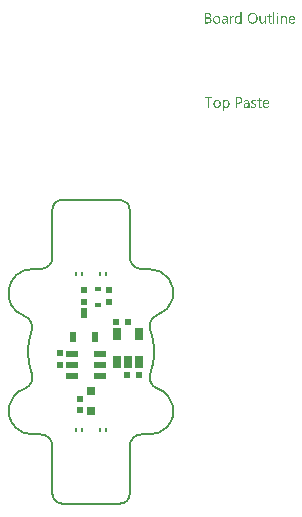
<source format=gtp>
G04*
G04 #@! TF.GenerationSoftware,Altium Limited,Altium Designer,21.8.1 (53)*
G04*
G04 Layer_Color=8421504*
%FSAX25Y25*%
%MOIN*%
G70*
G04*
G04 #@! TF.SameCoordinates,17E01544-8C08-452E-A090-7F5DC87EFE89*
G04*
G04*
G04 #@! TF.FilePolarity,Positive*
G04*
G01*
G75*
%ADD11C,0.00787*%
%ADD16R,0.03937X0.02362*%
%ADD17R,0.02362X0.03543*%
%ADD18R,0.00787X0.01181*%
%ADD19R,0.02362X0.01575*%
%ADD20R,0.02165X0.01968*%
%ADD21R,0.02756X0.02756*%
%ADD22R,0.02756X0.03937*%
%ADD23R,0.02165X0.01968*%
%ADD24R,0.01968X0.02165*%
G36*
X0062201Y0140630D02*
X0062226D01*
X0062282Y0140605D01*
X0062313Y0140586D01*
X0062344Y0140562D01*
X0062350Y0140555D01*
X0062356Y0140549D01*
X0062387Y0140512D01*
X0062412Y0140450D01*
X0062418Y0140413D01*
X0062424Y0140376D01*
Y0140370D01*
Y0140357D01*
X0062418Y0140339D01*
X0062412Y0140314D01*
X0062393Y0140252D01*
X0062368Y0140221D01*
X0062344Y0140190D01*
X0062337D01*
X0062331Y0140178D01*
X0062294Y0140153D01*
X0062238Y0140128D01*
X0062201Y0140122D01*
X0062164Y0140116D01*
X0062146D01*
X0062127Y0140122D01*
X0062102D01*
X0062040Y0140147D01*
X0062009Y0140159D01*
X0061978Y0140184D01*
Y0140190D01*
X0061966Y0140196D01*
X0061954Y0140215D01*
X0061941Y0140234D01*
X0061917Y0140295D01*
X0061910Y0140332D01*
X0061904Y0140376D01*
Y0140382D01*
Y0140394D01*
X0061910Y0140413D01*
X0061917Y0140444D01*
X0061935Y0140500D01*
X0061954Y0140531D01*
X0061978Y0140562D01*
X0061985Y0140568D01*
X0061991Y0140574D01*
X0062028Y0140599D01*
X0062090Y0140623D01*
X0062127Y0140636D01*
X0062183D01*
X0062201Y0140630D01*
D02*
G37*
G36*
X0050211Y0136965D02*
X0049809D01*
Y0137386D01*
X0049796D01*
Y0137380D01*
X0049784Y0137367D01*
X0049766Y0137343D01*
X0049747Y0137312D01*
X0049716Y0137275D01*
X0049679Y0137238D01*
X0049635Y0137194D01*
X0049586Y0137151D01*
X0049530Y0137101D01*
X0049462Y0137058D01*
X0049394Y0137021D01*
X0049314Y0136984D01*
X0049233Y0136953D01*
X0049140Y0136928D01*
X0049041Y0136916D01*
X0048936Y0136909D01*
X0048893D01*
X0048856Y0136916D01*
X0048818Y0136922D01*
X0048769Y0136928D01*
X0048664Y0136953D01*
X0048540Y0136990D01*
X0048416Y0137052D01*
X0048348Y0137089D01*
X0048292Y0137132D01*
X0048230Y0137188D01*
X0048175Y0137244D01*
Y0137250D01*
X0048162Y0137262D01*
X0048150Y0137281D01*
X0048131Y0137306D01*
X0048113Y0137337D01*
X0048088Y0137380D01*
X0048063Y0137429D01*
X0048039Y0137485D01*
X0048008Y0137547D01*
X0047983Y0137615D01*
X0047958Y0137689D01*
X0047939Y0137770D01*
X0047921Y0137856D01*
X0047908Y0137956D01*
X0047902Y0138055D01*
X0047896Y0138160D01*
Y0138166D01*
Y0138185D01*
Y0138222D01*
X0047902Y0138265D01*
X0047908Y0138315D01*
X0047915Y0138376D01*
X0047921Y0138445D01*
X0047933Y0138519D01*
X0047970Y0138680D01*
X0048026Y0138847D01*
X0048063Y0138927D01*
X0048107Y0139008D01*
X0048150Y0139082D01*
X0048206Y0139156D01*
X0048212Y0139163D01*
X0048218Y0139175D01*
X0048237Y0139194D01*
X0048261Y0139218D01*
X0048292Y0139243D01*
X0048336Y0139274D01*
X0048379Y0139311D01*
X0048428Y0139348D01*
X0048552Y0139416D01*
X0048695Y0139478D01*
X0048775Y0139497D01*
X0048862Y0139515D01*
X0048948Y0139528D01*
X0049047Y0139534D01*
X0049097D01*
X0049134Y0139528D01*
X0049171Y0139522D01*
X0049221Y0139515D01*
X0049332Y0139485D01*
X0049456Y0139435D01*
X0049518Y0139404D01*
X0049580Y0139361D01*
X0049642Y0139317D01*
X0049697Y0139262D01*
X0049747Y0139200D01*
X0049796Y0139126D01*
X0049809D01*
Y0140685D01*
X0050211D01*
Y0136965D01*
D02*
G37*
G36*
X0064479Y0139528D02*
X0064553Y0139522D01*
X0064646Y0139503D01*
X0064745Y0139472D01*
X0064850Y0139423D01*
X0064956Y0139355D01*
X0064999Y0139317D01*
X0065042Y0139268D01*
X0065055Y0139255D01*
X0065080Y0139218D01*
X0065110Y0139156D01*
X0065154Y0139070D01*
X0065191Y0138964D01*
X0065228Y0138835D01*
X0065253Y0138680D01*
X0065259Y0138500D01*
Y0136965D01*
X0064857D01*
Y0138395D01*
Y0138401D01*
Y0138432D01*
X0064850Y0138469D01*
Y0138519D01*
X0064838Y0138581D01*
X0064826Y0138649D01*
X0064807Y0138723D01*
X0064782Y0138797D01*
X0064751Y0138872D01*
X0064714Y0138940D01*
X0064665Y0139008D01*
X0064609Y0139070D01*
X0064547Y0139119D01*
X0064467Y0139156D01*
X0064380Y0139187D01*
X0064275Y0139194D01*
X0064262D01*
X0064225Y0139187D01*
X0064170Y0139181D01*
X0064101Y0139163D01*
X0064021Y0139138D01*
X0063934Y0139094D01*
X0063854Y0139039D01*
X0063774Y0138964D01*
X0063767Y0138952D01*
X0063743Y0138927D01*
X0063712Y0138878D01*
X0063674Y0138810D01*
X0063637Y0138729D01*
X0063606Y0138630D01*
X0063582Y0138519D01*
X0063575Y0138395D01*
Y0136965D01*
X0063173D01*
Y0139478D01*
X0063575D01*
Y0139057D01*
X0063588D01*
X0063594Y0139064D01*
X0063600Y0139076D01*
X0063619Y0139101D01*
X0063643Y0139132D01*
X0063668Y0139169D01*
X0063705Y0139206D01*
X0063749Y0139249D01*
X0063798Y0139299D01*
X0063854Y0139342D01*
X0063916Y0139385D01*
X0063984Y0139423D01*
X0064058Y0139460D01*
X0064132Y0139491D01*
X0064219Y0139515D01*
X0064312Y0139528D01*
X0064411Y0139534D01*
X0064448D01*
X0064479Y0139528D01*
D02*
G37*
G36*
X0047481Y0139515D02*
X0047556Y0139509D01*
X0047599Y0139497D01*
X0047630Y0139485D01*
Y0139070D01*
X0047624Y0139076D01*
X0047611Y0139082D01*
X0047587Y0139094D01*
X0047556Y0139113D01*
X0047512Y0139126D01*
X0047457Y0139138D01*
X0047395Y0139144D01*
X0047327Y0139150D01*
X0047314D01*
X0047283Y0139144D01*
X0047234Y0139138D01*
X0047178Y0139119D01*
X0047104Y0139088D01*
X0047036Y0139045D01*
X0046961Y0138983D01*
X0046893Y0138903D01*
X0046887Y0138890D01*
X0046869Y0138859D01*
X0046838Y0138804D01*
X0046807Y0138729D01*
X0046776Y0138637D01*
X0046745Y0138519D01*
X0046726Y0138389D01*
X0046720Y0138240D01*
Y0136965D01*
X0046318D01*
Y0139478D01*
X0046720D01*
Y0138958D01*
X0046732D01*
Y0138964D01*
X0046739Y0138971D01*
X0046751Y0139002D01*
X0046769Y0139051D01*
X0046801Y0139113D01*
X0046831Y0139175D01*
X0046881Y0139243D01*
X0046931Y0139311D01*
X0046992Y0139373D01*
X0046999Y0139379D01*
X0047023Y0139398D01*
X0047060Y0139423D01*
X0047110Y0139447D01*
X0047166Y0139472D01*
X0047234Y0139497D01*
X0047308Y0139515D01*
X0047388Y0139522D01*
X0047444D01*
X0047481Y0139515D01*
D02*
G37*
G36*
X0058221Y0136965D02*
X0057819D01*
Y0137361D01*
X0057806D01*
Y0137355D01*
X0057794Y0137343D01*
X0057782Y0137318D01*
X0057757Y0137293D01*
X0057701Y0137219D01*
X0057614Y0137138D01*
X0057565Y0137095D01*
X0057509Y0137052D01*
X0057447Y0137015D01*
X0057373Y0136978D01*
X0057299Y0136953D01*
X0057218Y0136928D01*
X0057125Y0136916D01*
X0057033Y0136909D01*
X0056995D01*
X0056952Y0136916D01*
X0056890Y0136928D01*
X0056822Y0136940D01*
X0056748Y0136965D01*
X0056667Y0136996D01*
X0056587Y0137046D01*
X0056500Y0137101D01*
X0056420Y0137169D01*
X0056345Y0137256D01*
X0056277Y0137361D01*
X0056216Y0137479D01*
X0056172Y0137621D01*
X0056147Y0137788D01*
X0056135Y0137875D01*
Y0137974D01*
Y0139478D01*
X0056531D01*
Y0138036D01*
Y0138030D01*
Y0138005D01*
X0056537Y0137962D01*
X0056544Y0137912D01*
X0056550Y0137850D01*
X0056562Y0137788D01*
X0056581Y0137714D01*
X0056605Y0137640D01*
X0056643Y0137566D01*
X0056680Y0137497D01*
X0056729Y0137429D01*
X0056791Y0137367D01*
X0056859Y0137318D01*
X0056940Y0137281D01*
X0057039Y0137250D01*
X0057144Y0137244D01*
X0057156D01*
X0057193Y0137250D01*
X0057249Y0137256D01*
X0057311Y0137268D01*
X0057392Y0137299D01*
X0057472Y0137337D01*
X0057552Y0137386D01*
X0057627Y0137460D01*
X0057633Y0137473D01*
X0057658Y0137497D01*
X0057689Y0137547D01*
X0057726Y0137615D01*
X0057757Y0137696D01*
X0057788Y0137795D01*
X0057812Y0137906D01*
X0057819Y0138030D01*
Y0139478D01*
X0058221D01*
Y0136965D01*
D02*
G37*
G36*
X0062356D02*
X0061954D01*
Y0139478D01*
X0062356D01*
Y0136965D01*
D02*
G37*
G36*
X0061137D02*
X0060734D01*
Y0140685D01*
X0061137D01*
Y0136965D01*
D02*
G37*
G36*
X0044758Y0139528D02*
X0044813Y0139522D01*
X0044882Y0139503D01*
X0044956Y0139485D01*
X0045036Y0139453D01*
X0045123Y0139416D01*
X0045204Y0139367D01*
X0045284Y0139305D01*
X0045358Y0139231D01*
X0045426Y0139138D01*
X0045482Y0139033D01*
X0045525Y0138909D01*
X0045550Y0138767D01*
X0045562Y0138599D01*
Y0136965D01*
X0045160D01*
Y0137355D01*
X0045148D01*
Y0137349D01*
X0045135Y0137337D01*
X0045123Y0137312D01*
X0045098Y0137287D01*
X0045036Y0137213D01*
X0044956Y0137132D01*
X0044844Y0137052D01*
X0044714Y0136978D01*
X0044634Y0136953D01*
X0044554Y0136928D01*
X0044467Y0136916D01*
X0044374Y0136909D01*
X0044337D01*
X0044312Y0136916D01*
X0044244Y0136922D01*
X0044164Y0136934D01*
X0044065Y0136959D01*
X0043972Y0136990D01*
X0043873Y0137039D01*
X0043786Y0137101D01*
X0043780Y0137114D01*
X0043755Y0137138D01*
X0043718Y0137182D01*
X0043681Y0137244D01*
X0043644Y0137318D01*
X0043606Y0137405D01*
X0043582Y0137510D01*
X0043576Y0137627D01*
Y0137634D01*
Y0137658D01*
X0043582Y0137696D01*
X0043588Y0137739D01*
X0043600Y0137795D01*
X0043619Y0137856D01*
X0043644Y0137925D01*
X0043681Y0137993D01*
X0043724Y0138067D01*
X0043780Y0138141D01*
X0043848Y0138209D01*
X0043928Y0138271D01*
X0044021Y0138333D01*
X0044133Y0138383D01*
X0044256Y0138420D01*
X0044405Y0138451D01*
X0045160Y0138556D01*
Y0138562D01*
Y0138581D01*
X0045154Y0138618D01*
Y0138655D01*
X0045142Y0138705D01*
X0045135Y0138760D01*
X0045098Y0138878D01*
X0045067Y0138934D01*
X0045036Y0138989D01*
X0044993Y0139045D01*
X0044943Y0139094D01*
X0044882Y0139138D01*
X0044813Y0139169D01*
X0044733Y0139187D01*
X0044640Y0139194D01*
X0044597D01*
X0044566Y0139187D01*
X0044523D01*
X0044479Y0139175D01*
X0044368Y0139156D01*
X0044244Y0139119D01*
X0044108Y0139064D01*
X0044034Y0139026D01*
X0043966Y0138989D01*
X0043891Y0138940D01*
X0043823Y0138884D01*
Y0139299D01*
X0043829D01*
X0043842Y0139311D01*
X0043860Y0139324D01*
X0043891Y0139336D01*
X0043922Y0139355D01*
X0043966Y0139373D01*
X0044015Y0139392D01*
X0044071Y0139416D01*
X0044194Y0139460D01*
X0044343Y0139497D01*
X0044504Y0139522D01*
X0044677Y0139534D01*
X0044714D01*
X0044758Y0139528D01*
D02*
G37*
G36*
X0039069Y0140475D02*
X0039112D01*
X0039156Y0140469D01*
X0039255Y0140456D01*
X0039373Y0140425D01*
X0039496Y0140388D01*
X0039614Y0140332D01*
X0039719Y0140258D01*
X0039725D01*
X0039731Y0140246D01*
X0039762Y0140221D01*
X0039806Y0140172D01*
X0039855Y0140103D01*
X0039899Y0140017D01*
X0039942Y0139918D01*
X0039973Y0139806D01*
X0039985Y0139744D01*
Y0139676D01*
Y0139670D01*
Y0139664D01*
Y0139627D01*
X0039979Y0139571D01*
X0039967Y0139503D01*
X0039948Y0139416D01*
X0039917Y0139330D01*
X0039880Y0139243D01*
X0039824Y0139156D01*
X0039818Y0139144D01*
X0039793Y0139119D01*
X0039756Y0139082D01*
X0039707Y0139033D01*
X0039645Y0138983D01*
X0039571Y0138927D01*
X0039478Y0138884D01*
X0039379Y0138841D01*
Y0138835D01*
X0039397D01*
X0039416Y0138828D01*
X0039434Y0138822D01*
X0039503Y0138810D01*
X0039583Y0138785D01*
X0039670Y0138748D01*
X0039762Y0138705D01*
X0039855Y0138643D01*
X0039942Y0138562D01*
X0039954Y0138550D01*
X0039979Y0138519D01*
X0040010Y0138476D01*
X0040053Y0138407D01*
X0040091Y0138321D01*
X0040128Y0138222D01*
X0040152Y0138104D01*
X0040159Y0137974D01*
Y0137968D01*
Y0137956D01*
Y0137931D01*
X0040152Y0137900D01*
X0040146Y0137863D01*
X0040140Y0137819D01*
X0040115Y0137714D01*
X0040078Y0137597D01*
X0040022Y0137473D01*
X0039985Y0137417D01*
X0039942Y0137355D01*
X0039886Y0137299D01*
X0039830Y0137244D01*
X0039824D01*
X0039818Y0137231D01*
X0039800Y0137219D01*
X0039775Y0137200D01*
X0039744Y0137182D01*
X0039701Y0137157D01*
X0039608Y0137108D01*
X0039490Y0137052D01*
X0039354Y0137009D01*
X0039193Y0136978D01*
X0039112Y0136971D01*
X0039020Y0136965D01*
X0037992D01*
Y0140481D01*
X0039038D01*
X0039069Y0140475D01*
D02*
G37*
G36*
X0059564Y0139478D02*
X0060202D01*
Y0139132D01*
X0059564D01*
Y0137714D01*
Y0137702D01*
Y0137671D01*
X0059570Y0137627D01*
X0059577Y0137572D01*
X0059601Y0137454D01*
X0059620Y0137399D01*
X0059651Y0137355D01*
X0059657Y0137349D01*
X0059670Y0137337D01*
X0059688Y0137324D01*
X0059719Y0137306D01*
X0059756Y0137281D01*
X0059806Y0137268D01*
X0059868Y0137256D01*
X0059936Y0137250D01*
X0059960D01*
X0059991Y0137256D01*
X0060028Y0137262D01*
X0060115Y0137287D01*
X0060158Y0137306D01*
X0060202Y0137330D01*
Y0136984D01*
X0060196D01*
X0060177Y0136971D01*
X0060146Y0136965D01*
X0060103Y0136953D01*
X0060047Y0136940D01*
X0059985Y0136928D01*
X0059911Y0136922D01*
X0059824Y0136916D01*
X0059793D01*
X0059762Y0136922D01*
X0059719Y0136928D01*
X0059670Y0136940D01*
X0059614Y0136953D01*
X0059558Y0136978D01*
X0059496Y0137009D01*
X0059434Y0137046D01*
X0059372Y0137095D01*
X0059317Y0137151D01*
X0059267Y0137225D01*
X0059224Y0137306D01*
X0059193Y0137405D01*
X0059168Y0137516D01*
X0059162Y0137646D01*
Y0139132D01*
X0058735D01*
Y0139478D01*
X0059162D01*
Y0140091D01*
X0059564Y0140221D01*
Y0139478D01*
D02*
G37*
G36*
X0067091Y0139528D02*
X0067135Y0139522D01*
X0067178Y0139515D01*
X0067289Y0139497D01*
X0067413Y0139453D01*
X0067537Y0139398D01*
X0067599Y0139361D01*
X0067661Y0139317D01*
X0067716Y0139268D01*
X0067772Y0139212D01*
X0067778Y0139206D01*
X0067785Y0139200D01*
X0067797Y0139181D01*
X0067816Y0139156D01*
X0067834Y0139119D01*
X0067859Y0139082D01*
X0067884Y0139039D01*
X0067908Y0138983D01*
X0067933Y0138921D01*
X0067958Y0138859D01*
X0067983Y0138785D01*
X0068001Y0138705D01*
X0068020Y0138618D01*
X0068032Y0138531D01*
X0068045Y0138432D01*
Y0138327D01*
Y0138117D01*
X0066268D01*
Y0138110D01*
Y0138098D01*
Y0138079D01*
X0066274Y0138048D01*
X0066280Y0138011D01*
Y0137974D01*
X0066299Y0137875D01*
X0066330Y0137776D01*
X0066367Y0137665D01*
X0066423Y0137559D01*
X0066491Y0137467D01*
X0066503Y0137454D01*
X0066528Y0137429D01*
X0066578Y0137399D01*
X0066646Y0137355D01*
X0066732Y0137312D01*
X0066831Y0137281D01*
X0066949Y0137256D01*
X0067085Y0137244D01*
X0067128D01*
X0067159Y0137250D01*
X0067197D01*
X0067240Y0137256D01*
X0067345Y0137281D01*
X0067463Y0137312D01*
X0067593Y0137361D01*
X0067729Y0137429D01*
X0067797Y0137473D01*
X0067865Y0137522D01*
Y0137145D01*
X0067859D01*
X0067853Y0137132D01*
X0067834Y0137126D01*
X0067803Y0137108D01*
X0067772Y0137089D01*
X0067735Y0137070D01*
X0067686Y0137052D01*
X0067636Y0137027D01*
X0067574Y0137002D01*
X0067506Y0136984D01*
X0067357Y0136947D01*
X0067184Y0136922D01*
X0066992Y0136909D01*
X0066943D01*
X0066906Y0136916D01*
X0066862Y0136922D01*
X0066807Y0136928D01*
X0066689Y0136953D01*
X0066553Y0136990D01*
X0066417Y0137052D01*
X0066348Y0137095D01*
X0066280Y0137138D01*
X0066219Y0137188D01*
X0066157Y0137250D01*
X0066150Y0137256D01*
X0066144Y0137268D01*
X0066132Y0137287D01*
X0066107Y0137312D01*
X0066088Y0137349D01*
X0066064Y0137392D01*
X0066033Y0137442D01*
X0066008Y0137497D01*
X0065977Y0137559D01*
X0065952Y0137634D01*
X0065921Y0137714D01*
X0065903Y0137801D01*
X0065884Y0137894D01*
X0065866Y0137993D01*
X0065860Y0138098D01*
X0065853Y0138209D01*
Y0138216D01*
Y0138234D01*
Y0138265D01*
X0065860Y0138308D01*
X0065866Y0138358D01*
X0065872Y0138414D01*
X0065878Y0138482D01*
X0065897Y0138550D01*
X0065934Y0138698D01*
X0065990Y0138859D01*
X0066027Y0138940D01*
X0066076Y0139014D01*
X0066126Y0139094D01*
X0066181Y0139163D01*
X0066188Y0139169D01*
X0066200Y0139181D01*
X0066219Y0139200D01*
X0066243Y0139218D01*
X0066274Y0139249D01*
X0066311Y0139280D01*
X0066361Y0139311D01*
X0066410Y0139348D01*
X0066528Y0139416D01*
X0066670Y0139478D01*
X0066751Y0139497D01*
X0066831Y0139515D01*
X0066918Y0139528D01*
X0067011Y0139534D01*
X0067060D01*
X0067091Y0139528D01*
D02*
G37*
G36*
X0054049Y0140537D02*
X0054111Y0140531D01*
X0054185Y0140518D01*
X0054266Y0140500D01*
X0054352Y0140481D01*
X0054439Y0140456D01*
X0054538Y0140425D01*
X0054631Y0140382D01*
X0054730Y0140332D01*
X0054829Y0140277D01*
X0054922Y0140209D01*
X0055015Y0140134D01*
X0055101Y0140048D01*
X0055107Y0140042D01*
X0055120Y0140023D01*
X0055145Y0139998D01*
X0055169Y0139961D01*
X0055207Y0139912D01*
X0055244Y0139850D01*
X0055281Y0139782D01*
X0055324Y0139707D01*
X0055367Y0139614D01*
X0055405Y0139522D01*
X0055442Y0139416D01*
X0055479Y0139299D01*
X0055504Y0139181D01*
X0055528Y0139051D01*
X0055541Y0138909D01*
X0055547Y0138767D01*
Y0138754D01*
Y0138729D01*
Y0138686D01*
X0055541Y0138624D01*
X0055535Y0138550D01*
X0055522Y0138469D01*
X0055510Y0138376D01*
X0055491Y0138271D01*
X0055467Y0138166D01*
X0055436Y0138055D01*
X0055398Y0137943D01*
X0055355Y0137832D01*
X0055299Y0137714D01*
X0055238Y0137609D01*
X0055169Y0137504D01*
X0055089Y0137405D01*
X0055083Y0137399D01*
X0055070Y0137386D01*
X0055039Y0137361D01*
X0055008Y0137330D01*
X0054959Y0137287D01*
X0054903Y0137250D01*
X0054841Y0137200D01*
X0054767Y0137157D01*
X0054686Y0137114D01*
X0054594Y0137064D01*
X0054495Y0137027D01*
X0054383Y0136990D01*
X0054266Y0136953D01*
X0054142Y0136928D01*
X0054012Y0136916D01*
X0053869Y0136909D01*
X0053838D01*
X0053795Y0136916D01*
X0053746D01*
X0053684Y0136922D01*
X0053610Y0136934D01*
X0053529Y0136953D01*
X0053436Y0136971D01*
X0053343Y0136996D01*
X0053244Y0137027D01*
X0053145Y0137070D01*
X0053046Y0137114D01*
X0052947Y0137169D01*
X0052848Y0137238D01*
X0052755Y0137312D01*
X0052669Y0137399D01*
X0052662Y0137405D01*
X0052650Y0137423D01*
X0052625Y0137448D01*
X0052601Y0137485D01*
X0052563Y0137535D01*
X0052526Y0137597D01*
X0052489Y0137665D01*
X0052446Y0137745D01*
X0052402Y0137832D01*
X0052365Y0137925D01*
X0052328Y0138030D01*
X0052291Y0138147D01*
X0052266Y0138265D01*
X0052241Y0138395D01*
X0052229Y0138537D01*
X0052223Y0138680D01*
Y0138692D01*
Y0138717D01*
X0052229Y0138760D01*
Y0138822D01*
X0052235Y0138890D01*
X0052248Y0138977D01*
X0052260Y0139070D01*
X0052279Y0139169D01*
X0052303Y0139274D01*
X0052334Y0139385D01*
X0052372Y0139497D01*
X0052415Y0139608D01*
X0052470Y0139720D01*
X0052532Y0139831D01*
X0052601Y0139936D01*
X0052681Y0140035D01*
X0052687Y0140042D01*
X0052700Y0140060D01*
X0052731Y0140085D01*
X0052768Y0140116D01*
X0052811Y0140153D01*
X0052867Y0140196D01*
X0052935Y0140240D01*
X0053009Y0140289D01*
X0053096Y0140339D01*
X0053189Y0140382D01*
X0053288Y0140425D01*
X0053399Y0140463D01*
X0053523Y0140494D01*
X0053653Y0140524D01*
X0053789Y0140537D01*
X0053931Y0140543D01*
X0054000D01*
X0054049Y0140537D01*
D02*
G37*
G36*
X0042022Y0139528D02*
X0042065Y0139522D01*
X0042121Y0139515D01*
X0042245Y0139491D01*
X0042387Y0139447D01*
X0042529Y0139385D01*
X0042604Y0139348D01*
X0042672Y0139305D01*
X0042740Y0139249D01*
X0042802Y0139187D01*
X0042808Y0139181D01*
X0042814Y0139169D01*
X0042833Y0139150D01*
X0042851Y0139126D01*
X0042876Y0139088D01*
X0042901Y0139045D01*
X0042932Y0138996D01*
X0042963Y0138940D01*
X0042987Y0138872D01*
X0043018Y0138804D01*
X0043043Y0138723D01*
X0043068Y0138637D01*
X0043086Y0138544D01*
X0043105Y0138445D01*
X0043111Y0138339D01*
X0043117Y0138228D01*
Y0138222D01*
Y0138203D01*
Y0138172D01*
X0043111Y0138129D01*
X0043105Y0138079D01*
X0043099Y0138017D01*
X0043086Y0137956D01*
X0043074Y0137881D01*
X0043037Y0137733D01*
X0042975Y0137572D01*
X0042938Y0137491D01*
X0042888Y0137411D01*
X0042839Y0137337D01*
X0042777Y0137268D01*
X0042771Y0137262D01*
X0042758Y0137256D01*
X0042740Y0137238D01*
X0042715Y0137213D01*
X0042678Y0137188D01*
X0042641Y0137157D01*
X0042591Y0137120D01*
X0042536Y0137089D01*
X0042474Y0137058D01*
X0042406Y0137021D01*
X0042331Y0136990D01*
X0042251Y0136965D01*
X0042164Y0136940D01*
X0042071Y0136928D01*
X0041972Y0136916D01*
X0041867Y0136909D01*
X0041811D01*
X0041774Y0136916D01*
X0041731Y0136922D01*
X0041675Y0136928D01*
X0041613Y0136940D01*
X0041545Y0136953D01*
X0041403Y0136996D01*
X0041254Y0137058D01*
X0041180Y0137095D01*
X0041112Y0137145D01*
X0041044Y0137194D01*
X0040976Y0137256D01*
X0040969Y0137262D01*
X0040963Y0137275D01*
X0040945Y0137293D01*
X0040926Y0137318D01*
X0040901Y0137355D01*
X0040870Y0137399D01*
X0040839Y0137448D01*
X0040815Y0137504D01*
X0040784Y0137572D01*
X0040753Y0137640D01*
X0040722Y0137714D01*
X0040697Y0137801D01*
X0040660Y0137987D01*
X0040654Y0138086D01*
X0040648Y0138191D01*
Y0138197D01*
Y0138222D01*
Y0138253D01*
X0040654Y0138296D01*
X0040660Y0138346D01*
X0040666Y0138407D01*
X0040679Y0138476D01*
X0040691Y0138550D01*
X0040728Y0138711D01*
X0040790Y0138872D01*
X0040833Y0138952D01*
X0040877Y0139033D01*
X0040926Y0139107D01*
X0040988Y0139175D01*
X0040994Y0139181D01*
X0041007Y0139194D01*
X0041025Y0139206D01*
X0041050Y0139231D01*
X0041087Y0139255D01*
X0041131Y0139286D01*
X0041180Y0139324D01*
X0041236Y0139355D01*
X0041298Y0139385D01*
X0041372Y0139423D01*
X0041446Y0139453D01*
X0041533Y0139478D01*
X0041620Y0139503D01*
X0041719Y0139522D01*
X0041824Y0139528D01*
X0041929Y0139534D01*
X0041985D01*
X0042022Y0139528D01*
D02*
G37*
G36*
X0045234Y0111490D02*
X0045278Y0111483D01*
X0045321Y0111477D01*
X0045432Y0111452D01*
X0045556Y0111415D01*
X0045680Y0111353D01*
X0045742Y0111316D01*
X0045804Y0111267D01*
X0045860Y0111217D01*
X0045915Y0111155D01*
X0045921Y0111149D01*
X0045928Y0111143D01*
X0045940Y0111118D01*
X0045959Y0111093D01*
X0045977Y0111063D01*
X0046002Y0111019D01*
X0046027Y0110970D01*
X0046051Y0110920D01*
X0046076Y0110858D01*
X0046101Y0110790D01*
X0046126Y0110716D01*
X0046144Y0110635D01*
X0046175Y0110456D01*
X0046188Y0110357D01*
Y0110252D01*
Y0110245D01*
Y0110227D01*
Y0110190D01*
X0046181Y0110146D01*
Y0110097D01*
X0046169Y0110035D01*
X0046163Y0109967D01*
X0046150Y0109893D01*
X0046113Y0109732D01*
X0046058Y0109564D01*
X0046020Y0109484D01*
X0045983Y0109404D01*
X0045934Y0109323D01*
X0045878Y0109249D01*
X0045872Y0109243D01*
X0045866Y0109230D01*
X0045847Y0109212D01*
X0045823Y0109193D01*
X0045792Y0109162D01*
X0045754Y0109131D01*
X0045711Y0109094D01*
X0045662Y0109063D01*
X0045606Y0109026D01*
X0045544Y0108989D01*
X0045395Y0108933D01*
X0045315Y0108908D01*
X0045234Y0108890D01*
X0045142Y0108877D01*
X0045042Y0108871D01*
X0044993D01*
X0044962Y0108877D01*
X0044919Y0108884D01*
X0044875Y0108896D01*
X0044764Y0108921D01*
X0044646Y0108970D01*
X0044578Y0109007D01*
X0044516Y0109045D01*
X0044455Y0109094D01*
X0044399Y0109150D01*
X0044337Y0109212D01*
X0044287Y0109286D01*
X0044275D01*
Y0107776D01*
X0043873D01*
Y0111440D01*
X0044275D01*
Y0110994D01*
X0044287D01*
X0044293Y0111001D01*
X0044300Y0111019D01*
X0044318Y0111044D01*
X0044343Y0111075D01*
X0044374Y0111112D01*
X0044411Y0111155D01*
X0044455Y0111199D01*
X0044510Y0111248D01*
X0044566Y0111292D01*
X0044628Y0111335D01*
X0044702Y0111378D01*
X0044776Y0111415D01*
X0044863Y0111452D01*
X0044956Y0111477D01*
X0045049Y0111490D01*
X0045154Y0111496D01*
X0045204D01*
X0045234Y0111490D01*
D02*
G37*
G36*
X0054507D02*
X0054588Y0111483D01*
X0054674Y0111471D01*
X0054773Y0111446D01*
X0054872Y0111422D01*
X0054971Y0111384D01*
Y0110976D01*
X0054959Y0110982D01*
X0054922Y0111007D01*
X0054866Y0111031D01*
X0054792Y0111069D01*
X0054699Y0111100D01*
X0054588Y0111131D01*
X0054464Y0111149D01*
X0054334Y0111155D01*
X0054266D01*
X0054204Y0111143D01*
X0054129Y0111131D01*
X0054123D01*
X0054117Y0111124D01*
X0054080Y0111112D01*
X0054030Y0111087D01*
X0053975Y0111056D01*
X0053962Y0111050D01*
X0053938Y0111025D01*
X0053907Y0110988D01*
X0053876Y0110945D01*
X0053869Y0110933D01*
X0053857Y0110901D01*
X0053845Y0110858D01*
X0053838Y0110802D01*
Y0110796D01*
Y0110784D01*
Y0110765D01*
X0053845Y0110747D01*
X0053857Y0110691D01*
X0053876Y0110635D01*
X0053882Y0110623D01*
X0053900Y0110598D01*
X0053938Y0110561D01*
X0053981Y0110518D01*
X0053987D01*
X0053993Y0110512D01*
X0054030Y0110487D01*
X0054080Y0110456D01*
X0054148Y0110425D01*
X0054154D01*
X0054167Y0110419D01*
X0054185Y0110413D01*
X0054216Y0110400D01*
X0054284Y0110375D01*
X0054371Y0110338D01*
X0054377D01*
X0054402Y0110326D01*
X0054433Y0110313D01*
X0054470Y0110301D01*
X0054569Y0110258D01*
X0054668Y0110208D01*
X0054674D01*
X0054693Y0110196D01*
X0054717Y0110184D01*
X0054748Y0110165D01*
X0054823Y0110115D01*
X0054897Y0110054D01*
X0054903Y0110047D01*
X0054916Y0110041D01*
X0054928Y0110023D01*
X0054953Y0109998D01*
X0054996Y0109936D01*
X0055039Y0109855D01*
Y0109849D01*
X0055046Y0109837D01*
X0055058Y0109812D01*
X0055064Y0109781D01*
X0055076Y0109744D01*
X0055083Y0109701D01*
X0055089Y0109596D01*
Y0109589D01*
Y0109564D01*
X0055083Y0109527D01*
X0055076Y0109484D01*
X0055070Y0109434D01*
X0055052Y0109379D01*
X0055033Y0109329D01*
X0055002Y0109274D01*
X0054996Y0109267D01*
X0054990Y0109249D01*
X0054971Y0109224D01*
X0054947Y0109193D01*
X0054916Y0109156D01*
X0054878Y0109119D01*
X0054786Y0109045D01*
X0054779Y0109038D01*
X0054761Y0109032D01*
X0054736Y0109014D01*
X0054693Y0108995D01*
X0054649Y0108970D01*
X0054594Y0108952D01*
X0054538Y0108933D01*
X0054470Y0108915D01*
X0054464D01*
X0054439Y0108908D01*
X0054402Y0108902D01*
X0054359Y0108896D01*
X0054297Y0108884D01*
X0054235Y0108877D01*
X0054092Y0108871D01*
X0054030D01*
X0053956Y0108877D01*
X0053863Y0108890D01*
X0053758Y0108908D01*
X0053647Y0108933D01*
X0053535Y0108964D01*
X0053424Y0109014D01*
Y0109447D01*
X0053430D01*
X0053436Y0109434D01*
X0053455Y0109422D01*
X0053479Y0109410D01*
X0053548Y0109373D01*
X0053640Y0109329D01*
X0053746Y0109280D01*
X0053869Y0109243D01*
X0054006Y0109218D01*
X0054148Y0109205D01*
X0054198D01*
X0054229Y0109212D01*
X0054315Y0109224D01*
X0054414Y0109249D01*
X0054507Y0109292D01*
X0054550Y0109323D01*
X0054594Y0109354D01*
X0054625Y0109397D01*
X0054649Y0109441D01*
X0054668Y0109496D01*
X0054674Y0109558D01*
Y0109564D01*
Y0109577D01*
Y0109596D01*
X0054668Y0109614D01*
X0054656Y0109670D01*
X0054631Y0109725D01*
Y0109732D01*
X0054625Y0109738D01*
X0054600Y0109769D01*
X0054563Y0109812D01*
X0054507Y0109849D01*
X0054501D01*
X0054495Y0109862D01*
X0054457Y0109880D01*
X0054402Y0109917D01*
X0054327Y0109948D01*
X0054321D01*
X0054309Y0109955D01*
X0054290Y0109967D01*
X0054259Y0109979D01*
X0054191Y0110004D01*
X0054105Y0110041D01*
X0054098D01*
X0054074Y0110054D01*
X0054043Y0110066D01*
X0054006Y0110078D01*
X0053907Y0110122D01*
X0053808Y0110171D01*
X0053801Y0110177D01*
X0053789Y0110184D01*
X0053764Y0110196D01*
X0053733Y0110214D01*
X0053665Y0110264D01*
X0053597Y0110320D01*
X0053591Y0110326D01*
X0053585Y0110332D01*
X0053566Y0110351D01*
X0053548Y0110375D01*
X0053504Y0110437D01*
X0053467Y0110512D01*
Y0110518D01*
X0053461Y0110530D01*
X0053455Y0110555D01*
X0053449Y0110586D01*
X0053442Y0110623D01*
X0053436Y0110666D01*
X0053430Y0110772D01*
Y0110778D01*
Y0110802D01*
X0053436Y0110834D01*
X0053442Y0110877D01*
X0053449Y0110926D01*
X0053467Y0110976D01*
X0053486Y0111031D01*
X0053510Y0111081D01*
X0053517Y0111087D01*
X0053523Y0111106D01*
X0053541Y0111131D01*
X0053566Y0111161D01*
X0053634Y0111236D01*
X0053721Y0111310D01*
X0053727Y0111316D01*
X0053746Y0111322D01*
X0053770Y0111341D01*
X0053814Y0111360D01*
X0053857Y0111384D01*
X0053907Y0111409D01*
X0054030Y0111446D01*
X0054037D01*
X0054061Y0111452D01*
X0054092Y0111465D01*
X0054142Y0111471D01*
X0054191Y0111483D01*
X0054253Y0111490D01*
X0054389Y0111496D01*
X0054445D01*
X0054507Y0111490D01*
D02*
G37*
G36*
X0052012D02*
X0052068Y0111483D01*
X0052136Y0111465D01*
X0052211Y0111446D01*
X0052291Y0111415D01*
X0052378Y0111378D01*
X0052458Y0111329D01*
X0052539Y0111267D01*
X0052613Y0111193D01*
X0052681Y0111100D01*
X0052737Y0110994D01*
X0052780Y0110871D01*
X0052805Y0110728D01*
X0052817Y0110561D01*
Y0108927D01*
X0052415D01*
Y0109317D01*
X0052402D01*
Y0109311D01*
X0052390Y0109298D01*
X0052378Y0109274D01*
X0052353Y0109249D01*
X0052291Y0109175D01*
X0052211Y0109094D01*
X0052099Y0109014D01*
X0051969Y0108939D01*
X0051889Y0108915D01*
X0051808Y0108890D01*
X0051722Y0108877D01*
X0051629Y0108871D01*
X0051591D01*
X0051567Y0108877D01*
X0051499Y0108884D01*
X0051418Y0108896D01*
X0051319Y0108921D01*
X0051226Y0108952D01*
X0051127Y0109001D01*
X0051041Y0109063D01*
X0051034Y0109075D01*
X0051010Y0109100D01*
X0050973Y0109144D01*
X0050935Y0109205D01*
X0050898Y0109280D01*
X0050861Y0109366D01*
X0050836Y0109472D01*
X0050830Y0109589D01*
Y0109596D01*
Y0109620D01*
X0050836Y0109657D01*
X0050843Y0109701D01*
X0050855Y0109756D01*
X0050874Y0109818D01*
X0050898Y0109886D01*
X0050935Y0109955D01*
X0050979Y0110029D01*
X0051034Y0110103D01*
X0051103Y0110171D01*
X0051183Y0110233D01*
X0051276Y0110295D01*
X0051387Y0110345D01*
X0051511Y0110382D01*
X0051660Y0110413D01*
X0052415Y0110518D01*
Y0110524D01*
Y0110543D01*
X0052409Y0110580D01*
Y0110617D01*
X0052396Y0110666D01*
X0052390Y0110722D01*
X0052353Y0110840D01*
X0052322Y0110895D01*
X0052291Y0110951D01*
X0052248Y0111007D01*
X0052198Y0111056D01*
X0052136Y0111100D01*
X0052068Y0111131D01*
X0051988Y0111149D01*
X0051895Y0111155D01*
X0051851D01*
X0051821Y0111149D01*
X0051777D01*
X0051734Y0111137D01*
X0051622Y0111118D01*
X0051499Y0111081D01*
X0051363Y0111025D01*
X0051288Y0110988D01*
X0051220Y0110951D01*
X0051146Y0110901D01*
X0051078Y0110846D01*
Y0111261D01*
X0051084D01*
X0051096Y0111273D01*
X0051115Y0111285D01*
X0051146Y0111298D01*
X0051177Y0111316D01*
X0051220Y0111335D01*
X0051270Y0111353D01*
X0051325Y0111378D01*
X0051449Y0111422D01*
X0051598Y0111459D01*
X0051759Y0111483D01*
X0051932Y0111496D01*
X0051969D01*
X0052012Y0111490D01*
D02*
G37*
G36*
X0049314Y0112437D02*
X0049363D01*
X0049413Y0112431D01*
X0049543Y0112406D01*
X0049679Y0112375D01*
X0049827Y0112325D01*
X0049970Y0112257D01*
X0050032Y0112214D01*
X0050094Y0112164D01*
X0050100D01*
X0050106Y0112152D01*
X0050125Y0112133D01*
X0050143Y0112115D01*
X0050193Y0112053D01*
X0050254Y0111966D01*
X0050310Y0111855D01*
X0050360Y0111725D01*
X0050397Y0111570D01*
X0050403Y0111483D01*
X0050409Y0111391D01*
Y0111384D01*
Y0111366D01*
Y0111341D01*
X0050403Y0111310D01*
X0050397Y0111267D01*
X0050391Y0111217D01*
X0050366Y0111100D01*
X0050323Y0110970D01*
X0050261Y0110834D01*
X0050224Y0110765D01*
X0050180Y0110697D01*
X0050125Y0110629D01*
X0050063Y0110567D01*
X0050056Y0110561D01*
X0050044Y0110555D01*
X0050025Y0110536D01*
X0050001Y0110518D01*
X0049964Y0110493D01*
X0049920Y0110468D01*
X0049871Y0110437D01*
X0049815Y0110413D01*
X0049753Y0110382D01*
X0049685Y0110351D01*
X0049605Y0110326D01*
X0049524Y0110301D01*
X0049338Y0110264D01*
X0049239Y0110258D01*
X0049134Y0110252D01*
X0048670D01*
Y0108927D01*
X0048255D01*
Y0112443D01*
X0049277D01*
X0049314Y0112437D01*
D02*
G37*
G36*
X0040431Y0112072D02*
X0039416D01*
Y0108927D01*
X0039007D01*
Y0112072D01*
X0037992D01*
Y0112443D01*
X0040431D01*
Y0112072D01*
D02*
G37*
G36*
X0056240Y0111440D02*
X0056878D01*
Y0111093D01*
X0056240D01*
Y0109676D01*
Y0109664D01*
Y0109633D01*
X0056246Y0109589D01*
X0056253Y0109534D01*
X0056277Y0109416D01*
X0056296Y0109360D01*
X0056327Y0109317D01*
X0056333Y0109311D01*
X0056345Y0109298D01*
X0056364Y0109286D01*
X0056395Y0109267D01*
X0056432Y0109243D01*
X0056482Y0109230D01*
X0056544Y0109218D01*
X0056612Y0109212D01*
X0056636D01*
X0056667Y0109218D01*
X0056704Y0109224D01*
X0056791Y0109249D01*
X0056835Y0109267D01*
X0056878Y0109292D01*
Y0108946D01*
X0056872D01*
X0056853Y0108933D01*
X0056822Y0108927D01*
X0056779Y0108915D01*
X0056723Y0108902D01*
X0056661Y0108890D01*
X0056587Y0108884D01*
X0056500Y0108877D01*
X0056469D01*
X0056438Y0108884D01*
X0056395Y0108890D01*
X0056345Y0108902D01*
X0056290Y0108915D01*
X0056234Y0108939D01*
X0056172Y0108970D01*
X0056110Y0109007D01*
X0056048Y0109057D01*
X0055993Y0109113D01*
X0055943Y0109187D01*
X0055900Y0109267D01*
X0055869Y0109366D01*
X0055844Y0109478D01*
X0055838Y0109608D01*
Y0111093D01*
X0055411D01*
Y0111440D01*
X0055838D01*
Y0112053D01*
X0056240Y0112183D01*
Y0111440D01*
D02*
G37*
G36*
X0058481Y0111490D02*
X0058524Y0111483D01*
X0058568Y0111477D01*
X0058679Y0111459D01*
X0058803Y0111415D01*
X0058927Y0111360D01*
X0058989Y0111322D01*
X0059051Y0111279D01*
X0059106Y0111230D01*
X0059162Y0111174D01*
X0059168Y0111168D01*
X0059174Y0111161D01*
X0059187Y0111143D01*
X0059205Y0111118D01*
X0059224Y0111081D01*
X0059249Y0111044D01*
X0059273Y0111001D01*
X0059298Y0110945D01*
X0059323Y0110883D01*
X0059348Y0110821D01*
X0059372Y0110747D01*
X0059391Y0110666D01*
X0059409Y0110580D01*
X0059422Y0110493D01*
X0059434Y0110394D01*
Y0110289D01*
Y0110078D01*
X0057658D01*
Y0110072D01*
Y0110060D01*
Y0110041D01*
X0057664Y0110010D01*
X0057670Y0109973D01*
Y0109936D01*
X0057689Y0109837D01*
X0057720Y0109738D01*
X0057757Y0109626D01*
X0057812Y0109521D01*
X0057881Y0109428D01*
X0057893Y0109416D01*
X0057918Y0109391D01*
X0057967Y0109360D01*
X0058035Y0109317D01*
X0058122Y0109274D01*
X0058221Y0109243D01*
X0058339Y0109218D01*
X0058475Y0109205D01*
X0058518D01*
X0058549Y0109212D01*
X0058586D01*
X0058630Y0109218D01*
X0058735Y0109243D01*
X0058852Y0109274D01*
X0058982Y0109323D01*
X0059119Y0109391D01*
X0059187Y0109434D01*
X0059255Y0109484D01*
Y0109106D01*
X0059249D01*
X0059242Y0109094D01*
X0059224Y0109088D01*
X0059193Y0109069D01*
X0059162Y0109051D01*
X0059125Y0109032D01*
X0059075Y0109014D01*
X0059026Y0108989D01*
X0058964Y0108964D01*
X0058896Y0108946D01*
X0058747Y0108908D01*
X0058574Y0108884D01*
X0058382Y0108871D01*
X0058333D01*
X0058295Y0108877D01*
X0058252Y0108884D01*
X0058196Y0108890D01*
X0058079Y0108915D01*
X0057942Y0108952D01*
X0057806Y0109014D01*
X0057738Y0109057D01*
X0057670Y0109100D01*
X0057608Y0109150D01*
X0057546Y0109212D01*
X0057540Y0109218D01*
X0057534Y0109230D01*
X0057522Y0109249D01*
X0057497Y0109274D01*
X0057478Y0109311D01*
X0057454Y0109354D01*
X0057423Y0109404D01*
X0057398Y0109459D01*
X0057367Y0109521D01*
X0057342Y0109596D01*
X0057311Y0109676D01*
X0057292Y0109763D01*
X0057274Y0109855D01*
X0057255Y0109955D01*
X0057249Y0110060D01*
X0057243Y0110171D01*
Y0110177D01*
Y0110196D01*
Y0110227D01*
X0057249Y0110270D01*
X0057255Y0110320D01*
X0057262Y0110375D01*
X0057268Y0110443D01*
X0057286Y0110512D01*
X0057323Y0110660D01*
X0057379Y0110821D01*
X0057416Y0110901D01*
X0057466Y0110976D01*
X0057515Y0111056D01*
X0057571Y0111124D01*
X0057577Y0111131D01*
X0057590Y0111143D01*
X0057608Y0111161D01*
X0057633Y0111180D01*
X0057664Y0111211D01*
X0057701Y0111242D01*
X0057751Y0111273D01*
X0057800Y0111310D01*
X0057918Y0111378D01*
X0058060Y0111440D01*
X0058141Y0111459D01*
X0058221Y0111477D01*
X0058308Y0111490D01*
X0058400Y0111496D01*
X0058450D01*
X0058481Y0111490D01*
D02*
G37*
G36*
X0042133D02*
X0042177Y0111483D01*
X0042232Y0111477D01*
X0042356Y0111452D01*
X0042498Y0111409D01*
X0042641Y0111347D01*
X0042715Y0111310D01*
X0042783Y0111267D01*
X0042851Y0111211D01*
X0042913Y0111149D01*
X0042919Y0111143D01*
X0042926Y0111131D01*
X0042944Y0111112D01*
X0042963Y0111087D01*
X0042987Y0111050D01*
X0043012Y0111007D01*
X0043043Y0110957D01*
X0043074Y0110901D01*
X0043099Y0110834D01*
X0043130Y0110765D01*
X0043155Y0110685D01*
X0043179Y0110598D01*
X0043198Y0110505D01*
X0043216Y0110406D01*
X0043223Y0110301D01*
X0043229Y0110190D01*
Y0110184D01*
Y0110165D01*
Y0110134D01*
X0043223Y0110091D01*
X0043216Y0110041D01*
X0043210Y0109979D01*
X0043198Y0109917D01*
X0043185Y0109843D01*
X0043148Y0109695D01*
X0043086Y0109534D01*
X0043049Y0109453D01*
X0043000Y0109373D01*
X0042950Y0109298D01*
X0042888Y0109230D01*
X0042882Y0109224D01*
X0042870Y0109218D01*
X0042851Y0109199D01*
X0042827Y0109175D01*
X0042789Y0109150D01*
X0042752Y0109119D01*
X0042703Y0109082D01*
X0042647Y0109051D01*
X0042585Y0109020D01*
X0042517Y0108983D01*
X0042443Y0108952D01*
X0042362Y0108927D01*
X0042276Y0108902D01*
X0042183Y0108890D01*
X0042084Y0108877D01*
X0041978Y0108871D01*
X0041923D01*
X0041886Y0108877D01*
X0041842Y0108884D01*
X0041787Y0108890D01*
X0041725Y0108902D01*
X0041657Y0108915D01*
X0041514Y0108958D01*
X0041366Y0109020D01*
X0041291Y0109057D01*
X0041223Y0109106D01*
X0041155Y0109156D01*
X0041087Y0109218D01*
X0041081Y0109224D01*
X0041075Y0109236D01*
X0041056Y0109255D01*
X0041038Y0109280D01*
X0041013Y0109317D01*
X0040982Y0109360D01*
X0040951Y0109410D01*
X0040926Y0109466D01*
X0040895Y0109534D01*
X0040864Y0109602D01*
X0040833Y0109676D01*
X0040809Y0109763D01*
X0040771Y0109948D01*
X0040765Y0110047D01*
X0040759Y0110153D01*
Y0110159D01*
Y0110184D01*
Y0110214D01*
X0040765Y0110258D01*
X0040771Y0110307D01*
X0040778Y0110369D01*
X0040790Y0110437D01*
X0040802Y0110512D01*
X0040839Y0110672D01*
X0040901Y0110834D01*
X0040945Y0110914D01*
X0040988Y0110994D01*
X0041038Y0111069D01*
X0041100Y0111137D01*
X0041106Y0111143D01*
X0041118Y0111155D01*
X0041137Y0111168D01*
X0041161Y0111193D01*
X0041199Y0111217D01*
X0041242Y0111248D01*
X0041291Y0111285D01*
X0041347Y0111316D01*
X0041409Y0111347D01*
X0041483Y0111384D01*
X0041558Y0111415D01*
X0041644Y0111440D01*
X0041731Y0111465D01*
X0041830Y0111483D01*
X0041935Y0111490D01*
X0042040Y0111496D01*
X0042096D01*
X0042133Y0111490D01*
D02*
G37*
%LPC*%
G36*
X0049097Y0139194D02*
X0049060D01*
X0049035Y0139187D01*
X0048967Y0139181D01*
X0048886Y0139163D01*
X0048794Y0139126D01*
X0048695Y0139076D01*
X0048602Y0139014D01*
X0048558Y0138971D01*
X0048515Y0138921D01*
X0048509Y0138909D01*
X0048484Y0138872D01*
X0048447Y0138810D01*
X0048410Y0138729D01*
X0048373Y0138624D01*
X0048336Y0138494D01*
X0048311Y0138346D01*
X0048305Y0138178D01*
Y0138172D01*
Y0138160D01*
Y0138135D01*
X0048311Y0138104D01*
Y0138073D01*
X0048317Y0138030D01*
X0048329Y0137931D01*
X0048354Y0137819D01*
X0048391Y0137708D01*
X0048441Y0137597D01*
X0048509Y0137491D01*
X0048521Y0137479D01*
X0048546Y0137454D01*
X0048589Y0137411D01*
X0048651Y0137367D01*
X0048732Y0137324D01*
X0048825Y0137281D01*
X0048930Y0137256D01*
X0049054Y0137244D01*
X0049085D01*
X0049109Y0137250D01*
X0049171Y0137256D01*
X0049246Y0137275D01*
X0049332Y0137306D01*
X0049425Y0137343D01*
X0049512Y0137405D01*
X0049598Y0137485D01*
X0049605Y0137497D01*
X0049629Y0137529D01*
X0049667Y0137584D01*
X0049704Y0137652D01*
X0049741Y0137739D01*
X0049778Y0137844D01*
X0049803Y0137968D01*
X0049809Y0138098D01*
Y0138469D01*
Y0138476D01*
Y0138482D01*
Y0138519D01*
X0049796Y0138575D01*
X0049784Y0138649D01*
X0049759Y0138729D01*
X0049722Y0138816D01*
X0049673Y0138903D01*
X0049605Y0138983D01*
X0049598Y0138989D01*
X0049567Y0139014D01*
X0049524Y0139051D01*
X0049468Y0139088D01*
X0049394Y0139126D01*
X0049307Y0139163D01*
X0049208Y0139187D01*
X0049097Y0139194D01*
D02*
G37*
G36*
X0045160Y0138234D02*
X0044554Y0138147D01*
X0044541D01*
X0044510Y0138141D01*
X0044461Y0138129D01*
X0044399Y0138117D01*
X0044331Y0138098D01*
X0044256Y0138073D01*
X0044194Y0138048D01*
X0044133Y0138011D01*
X0044126Y0138005D01*
X0044108Y0137993D01*
X0044089Y0137968D01*
X0044065Y0137931D01*
X0044034Y0137881D01*
X0044015Y0137819D01*
X0043996Y0137745D01*
X0043990Y0137658D01*
Y0137652D01*
Y0137627D01*
X0043996Y0137597D01*
X0044009Y0137553D01*
X0044021Y0137504D01*
X0044046Y0137454D01*
X0044077Y0137405D01*
X0044120Y0137355D01*
X0044126Y0137349D01*
X0044145Y0137337D01*
X0044176Y0137318D01*
X0044213Y0137299D01*
X0044263Y0137281D01*
X0044324Y0137262D01*
X0044393Y0137250D01*
X0044473Y0137244D01*
X0044485D01*
X0044523Y0137250D01*
X0044578Y0137256D01*
X0044646Y0137268D01*
X0044721Y0137293D01*
X0044807Y0137330D01*
X0044888Y0137386D01*
X0044962Y0137454D01*
X0044968Y0137467D01*
X0044993Y0137491D01*
X0045024Y0137535D01*
X0045061Y0137597D01*
X0045098Y0137677D01*
X0045129Y0137764D01*
X0045154Y0137869D01*
X0045160Y0137980D01*
Y0138234D01*
D02*
G37*
G36*
X0038877Y0140110D02*
X0038407D01*
Y0138971D01*
X0038884D01*
X0038945Y0138977D01*
X0039020Y0138989D01*
X0039106Y0139008D01*
X0039199Y0139039D01*
X0039280Y0139076D01*
X0039360Y0139132D01*
X0039366Y0139138D01*
X0039391Y0139163D01*
X0039422Y0139200D01*
X0039459Y0139255D01*
X0039490Y0139317D01*
X0039521Y0139398D01*
X0039546Y0139491D01*
X0039552Y0139596D01*
Y0139602D01*
Y0139621D01*
X0039546Y0139645D01*
X0039540Y0139676D01*
X0039515Y0139757D01*
X0039496Y0139806D01*
X0039465Y0139856D01*
X0039434Y0139899D01*
X0039385Y0139949D01*
X0039335Y0139992D01*
X0039267Y0140029D01*
X0039193Y0140060D01*
X0039100Y0140085D01*
X0038995Y0140103D01*
X0038877Y0140110D01*
D02*
G37*
G36*
Y0138599D02*
X0038407D01*
Y0137337D01*
X0039026D01*
X0039088Y0137343D01*
X0039174Y0137355D01*
X0039261Y0137380D01*
X0039354Y0137405D01*
X0039447Y0137448D01*
X0039527Y0137504D01*
X0039533Y0137510D01*
X0039558Y0137535D01*
X0039589Y0137572D01*
X0039626Y0137627D01*
X0039663Y0137696D01*
X0039694Y0137776D01*
X0039719Y0137875D01*
X0039725Y0137980D01*
Y0137987D01*
Y0138005D01*
X0039719Y0138036D01*
X0039713Y0138079D01*
X0039701Y0138123D01*
X0039682Y0138178D01*
X0039657Y0138234D01*
X0039620Y0138290D01*
X0039577Y0138346D01*
X0039521Y0138401D01*
X0039453Y0138457D01*
X0039366Y0138500D01*
X0039274Y0138544D01*
X0039156Y0138575D01*
X0039026Y0138593D01*
X0038877Y0138599D01*
D02*
G37*
G36*
X0067005Y0139194D02*
X0066955D01*
X0066906Y0139181D01*
X0066838Y0139169D01*
X0066763Y0139144D01*
X0066677Y0139107D01*
X0066596Y0139057D01*
X0066516Y0138989D01*
X0066509Y0138983D01*
X0066485Y0138952D01*
X0066454Y0138909D01*
X0066410Y0138847D01*
X0066367Y0138773D01*
X0066330Y0138680D01*
X0066299Y0138575D01*
X0066274Y0138457D01*
X0067630D01*
Y0138463D01*
Y0138476D01*
Y0138488D01*
Y0138513D01*
X0067624Y0138581D01*
X0067611Y0138655D01*
X0067586Y0138748D01*
X0067562Y0138835D01*
X0067518Y0138921D01*
X0067463Y0139002D01*
X0067457Y0139008D01*
X0067432Y0139033D01*
X0067395Y0139064D01*
X0067345Y0139101D01*
X0067277Y0139132D01*
X0067197Y0139163D01*
X0067110Y0139187D01*
X0067005Y0139194D01*
D02*
G37*
G36*
X0053900Y0140165D02*
X0053845D01*
X0053808Y0140159D01*
X0053758Y0140153D01*
X0053708Y0140147D01*
X0053647Y0140134D01*
X0053579Y0140116D01*
X0053436Y0140066D01*
X0053362Y0140035D01*
X0053281Y0139998D01*
X0053207Y0139949D01*
X0053133Y0139893D01*
X0053065Y0139831D01*
X0052997Y0139763D01*
X0052991Y0139757D01*
X0052984Y0139744D01*
X0052966Y0139720D01*
X0052941Y0139689D01*
X0052916Y0139652D01*
X0052891Y0139602D01*
X0052860Y0139546D01*
X0052829Y0139485D01*
X0052792Y0139410D01*
X0052762Y0139336D01*
X0052737Y0139249D01*
X0052712Y0139156D01*
X0052687Y0139057D01*
X0052669Y0138946D01*
X0052662Y0138835D01*
X0052656Y0138717D01*
Y0138711D01*
Y0138686D01*
Y0138655D01*
X0052662Y0138612D01*
X0052669Y0138556D01*
X0052675Y0138488D01*
X0052687Y0138420D01*
X0052700Y0138346D01*
X0052737Y0138178D01*
X0052799Y0137999D01*
X0052836Y0137912D01*
X0052879Y0137832D01*
X0052935Y0137745D01*
X0052991Y0137671D01*
X0052997Y0137665D01*
X0053009Y0137652D01*
X0053028Y0137634D01*
X0053052Y0137609D01*
X0053083Y0137578D01*
X0053127Y0137547D01*
X0053176Y0137510D01*
X0053226Y0137473D01*
X0053288Y0137436D01*
X0053356Y0137399D01*
X0053504Y0137337D01*
X0053591Y0137312D01*
X0053678Y0137293D01*
X0053770Y0137281D01*
X0053869Y0137275D01*
X0053925D01*
X0053969Y0137281D01*
X0054012Y0137287D01*
X0054074Y0137293D01*
X0054136Y0137306D01*
X0054204Y0137324D01*
X0054346Y0137367D01*
X0054427Y0137399D01*
X0054501Y0137436D01*
X0054575Y0137479D01*
X0054649Y0137529D01*
X0054717Y0137584D01*
X0054786Y0137652D01*
X0054792Y0137658D01*
X0054798Y0137671D01*
X0054817Y0137689D01*
X0054835Y0137720D01*
X0054866Y0137764D01*
X0054891Y0137807D01*
X0054922Y0137863D01*
X0054953Y0137925D01*
X0054984Y0137999D01*
X0055015Y0138079D01*
X0055046Y0138166D01*
X0055070Y0138259D01*
X0055089Y0138358D01*
X0055107Y0138469D01*
X0055114Y0138587D01*
X0055120Y0138711D01*
Y0138717D01*
Y0138742D01*
Y0138779D01*
X0055114Y0138822D01*
X0055107Y0138884D01*
X0055101Y0138952D01*
X0055095Y0139026D01*
X0055076Y0139107D01*
X0055039Y0139274D01*
X0054984Y0139453D01*
X0054947Y0139540D01*
X0054903Y0139627D01*
X0054848Y0139707D01*
X0054792Y0139782D01*
X0054786Y0139788D01*
X0054779Y0139800D01*
X0054761Y0139819D01*
X0054730Y0139843D01*
X0054699Y0139868D01*
X0054662Y0139905D01*
X0054612Y0139936D01*
X0054563Y0139973D01*
X0054501Y0140011D01*
X0054433Y0140042D01*
X0054359Y0140079D01*
X0054278Y0140103D01*
X0054191Y0140128D01*
X0054105Y0140147D01*
X0054006Y0140159D01*
X0053900Y0140165D01*
D02*
G37*
G36*
X0041898Y0139194D02*
X0041861D01*
X0041836Y0139187D01*
X0041762Y0139181D01*
X0041675Y0139163D01*
X0041576Y0139132D01*
X0041471Y0139082D01*
X0041372Y0139014D01*
X0041322Y0138977D01*
X0041279Y0138927D01*
X0041267Y0138915D01*
X0041242Y0138878D01*
X0041211Y0138822D01*
X0041168Y0138742D01*
X0041124Y0138637D01*
X0041093Y0138513D01*
X0041069Y0138370D01*
X0041056Y0138203D01*
Y0138197D01*
Y0138185D01*
Y0138160D01*
X0041062Y0138129D01*
Y0138092D01*
X0041069Y0138048D01*
X0041087Y0137949D01*
X0041112Y0137838D01*
X0041155Y0137720D01*
X0041211Y0137603D01*
X0041285Y0137497D01*
X0041298Y0137485D01*
X0041328Y0137460D01*
X0041378Y0137417D01*
X0041446Y0137374D01*
X0041533Y0137324D01*
X0041638Y0137281D01*
X0041762Y0137256D01*
X0041898Y0137244D01*
X0041935D01*
X0041960Y0137250D01*
X0042034Y0137256D01*
X0042121Y0137275D01*
X0042214Y0137306D01*
X0042319Y0137349D01*
X0042412Y0137411D01*
X0042498Y0137491D01*
X0042505Y0137504D01*
X0042529Y0137541D01*
X0042566Y0137597D01*
X0042604Y0137677D01*
X0042641Y0137782D01*
X0042678Y0137906D01*
X0042703Y0138048D01*
X0042709Y0138216D01*
Y0138222D01*
Y0138234D01*
Y0138259D01*
Y0138296D01*
X0042703Y0138333D01*
X0042696Y0138376D01*
X0042684Y0138482D01*
X0042659Y0138599D01*
X0042622Y0138717D01*
X0042566Y0138835D01*
X0042498Y0138940D01*
X0042486Y0138952D01*
X0042461Y0138977D01*
X0042412Y0139020D01*
X0042344Y0139070D01*
X0042257Y0139113D01*
X0042158Y0139156D01*
X0042034Y0139181D01*
X0041898Y0139194D01*
D02*
G37*
G36*
X0045055Y0111155D02*
X0045024D01*
X0044999Y0111149D01*
X0044931Y0111143D01*
X0044851Y0111124D01*
X0044764Y0111093D01*
X0044665Y0111050D01*
X0044572Y0110988D01*
X0044485Y0110908D01*
X0044479Y0110895D01*
X0044455Y0110864D01*
X0044417Y0110815D01*
X0044380Y0110741D01*
X0044343Y0110654D01*
X0044306Y0110549D01*
X0044281Y0110431D01*
X0044275Y0110301D01*
Y0109948D01*
Y0109942D01*
Y0109936D01*
X0044281Y0109899D01*
X0044287Y0109837D01*
X0044300Y0109769D01*
X0044324Y0109682D01*
X0044362Y0109596D01*
X0044411Y0109509D01*
X0044479Y0109422D01*
X0044492Y0109416D01*
X0044516Y0109391D01*
X0044560Y0109354D01*
X0044622Y0109317D01*
X0044696Y0109274D01*
X0044783Y0109243D01*
X0044882Y0109218D01*
X0044993Y0109205D01*
X0045030D01*
X0045055Y0109212D01*
X0045117Y0109218D01*
X0045204Y0109243D01*
X0045290Y0109274D01*
X0045389Y0109323D01*
X0045482Y0109391D01*
X0045525Y0109434D01*
X0045562Y0109484D01*
Y0109490D01*
X0045569Y0109496D01*
X0045581Y0109515D01*
X0045593Y0109534D01*
X0045612Y0109564D01*
X0045631Y0109602D01*
X0045668Y0109688D01*
X0045705Y0109800D01*
X0045742Y0109930D01*
X0045767Y0110084D01*
X0045773Y0110264D01*
Y0110270D01*
Y0110283D01*
Y0110301D01*
Y0110332D01*
X0045767Y0110369D01*
X0045761Y0110406D01*
X0045748Y0110499D01*
X0045723Y0110604D01*
X0045693Y0110716D01*
X0045643Y0110821D01*
X0045581Y0110914D01*
X0045575Y0110926D01*
X0045544Y0110951D01*
X0045501Y0110988D01*
X0045445Y0111038D01*
X0045371Y0111081D01*
X0045278Y0111118D01*
X0045173Y0111143D01*
X0045055Y0111155D01*
D02*
G37*
G36*
X0052415Y0110196D02*
X0051808Y0110109D01*
X0051796D01*
X0051765Y0110103D01*
X0051715Y0110091D01*
X0051653Y0110078D01*
X0051585Y0110060D01*
X0051511Y0110035D01*
X0051449Y0110010D01*
X0051387Y0109973D01*
X0051381Y0109967D01*
X0051363Y0109955D01*
X0051344Y0109930D01*
X0051319Y0109893D01*
X0051288Y0109843D01*
X0051270Y0109781D01*
X0051251Y0109707D01*
X0051245Y0109620D01*
Y0109614D01*
Y0109589D01*
X0051251Y0109558D01*
X0051263Y0109515D01*
X0051276Y0109466D01*
X0051301Y0109416D01*
X0051332Y0109366D01*
X0051375Y0109317D01*
X0051381Y0109311D01*
X0051400Y0109298D01*
X0051431Y0109280D01*
X0051468Y0109261D01*
X0051517Y0109243D01*
X0051579Y0109224D01*
X0051647Y0109212D01*
X0051728Y0109205D01*
X0051740D01*
X0051777Y0109212D01*
X0051833Y0109218D01*
X0051901Y0109230D01*
X0051975Y0109255D01*
X0052062Y0109292D01*
X0052143Y0109348D01*
X0052217Y0109416D01*
X0052223Y0109428D01*
X0052248Y0109453D01*
X0052279Y0109496D01*
X0052316Y0109558D01*
X0052353Y0109639D01*
X0052384Y0109725D01*
X0052409Y0109831D01*
X0052415Y0109942D01*
Y0110196D01*
D02*
G37*
G36*
X0049153Y0112072D02*
X0048670D01*
Y0110629D01*
X0049140D01*
X0049165Y0110635D01*
X0049202D01*
X0049246Y0110642D01*
X0049338Y0110654D01*
X0049444Y0110679D01*
X0049549Y0110710D01*
X0049654Y0110759D01*
X0049747Y0110821D01*
X0049759Y0110834D01*
X0049784Y0110858D01*
X0049821Y0110901D01*
X0049865Y0110963D01*
X0049902Y0111044D01*
X0049939Y0111137D01*
X0049964Y0111248D01*
X0049976Y0111372D01*
Y0111378D01*
Y0111403D01*
X0049970Y0111434D01*
X0049964Y0111483D01*
X0049951Y0111533D01*
X0049933Y0111595D01*
X0049908Y0111657D01*
X0049871Y0111725D01*
X0049827Y0111787D01*
X0049778Y0111849D01*
X0049710Y0111910D01*
X0049629Y0111960D01*
X0049536Y0112010D01*
X0049425Y0112040D01*
X0049295Y0112065D01*
X0049153Y0112072D01*
D02*
G37*
G36*
X0058394Y0111155D02*
X0058345D01*
X0058295Y0111143D01*
X0058227Y0111131D01*
X0058153Y0111106D01*
X0058066Y0111069D01*
X0057986Y0111019D01*
X0057905Y0110951D01*
X0057899Y0110945D01*
X0057874Y0110914D01*
X0057843Y0110871D01*
X0057800Y0110809D01*
X0057757Y0110734D01*
X0057720Y0110642D01*
X0057689Y0110536D01*
X0057664Y0110419D01*
X0059020D01*
Y0110425D01*
Y0110437D01*
Y0110450D01*
Y0110474D01*
X0059013Y0110543D01*
X0059001Y0110617D01*
X0058976Y0110710D01*
X0058951Y0110796D01*
X0058908Y0110883D01*
X0058852Y0110963D01*
X0058846Y0110970D01*
X0058821Y0110994D01*
X0058784Y0111025D01*
X0058735Y0111063D01*
X0058667Y0111093D01*
X0058586Y0111124D01*
X0058500Y0111149D01*
X0058394Y0111155D01*
D02*
G37*
G36*
X0042009D02*
X0041972D01*
X0041947Y0111149D01*
X0041873Y0111143D01*
X0041787Y0111124D01*
X0041688Y0111093D01*
X0041582Y0111044D01*
X0041483Y0110976D01*
X0041434Y0110939D01*
X0041390Y0110889D01*
X0041378Y0110877D01*
X0041353Y0110840D01*
X0041322Y0110784D01*
X0041279Y0110704D01*
X0041236Y0110598D01*
X0041205Y0110474D01*
X0041180Y0110332D01*
X0041168Y0110165D01*
Y0110159D01*
Y0110146D01*
Y0110122D01*
X0041174Y0110091D01*
Y0110054D01*
X0041180Y0110010D01*
X0041199Y0109911D01*
X0041223Y0109800D01*
X0041267Y0109682D01*
X0041322Y0109564D01*
X0041397Y0109459D01*
X0041409Y0109447D01*
X0041440Y0109422D01*
X0041489Y0109379D01*
X0041558Y0109335D01*
X0041644Y0109286D01*
X0041750Y0109243D01*
X0041873Y0109218D01*
X0042009Y0109205D01*
X0042047D01*
X0042071Y0109212D01*
X0042146Y0109218D01*
X0042232Y0109236D01*
X0042325Y0109267D01*
X0042430Y0109311D01*
X0042523Y0109373D01*
X0042610Y0109453D01*
X0042616Y0109466D01*
X0042641Y0109503D01*
X0042678Y0109558D01*
X0042715Y0109639D01*
X0042752Y0109744D01*
X0042789Y0109868D01*
X0042814Y0110010D01*
X0042820Y0110177D01*
Y0110184D01*
Y0110196D01*
Y0110221D01*
Y0110258D01*
X0042814Y0110295D01*
X0042808Y0110338D01*
X0042796Y0110443D01*
X0042771Y0110561D01*
X0042734Y0110679D01*
X0042678Y0110796D01*
X0042610Y0110901D01*
X0042597Y0110914D01*
X0042573Y0110939D01*
X0042523Y0110982D01*
X0042455Y0111031D01*
X0042369Y0111075D01*
X0042269Y0111118D01*
X0042146Y0111143D01*
X0042009Y0111155D01*
D02*
G37*
%LPD*%
D11*
X0025931Y0051913D02*
G03*
X0019488Y0055118I-0006437J-0004860D01*
G01*
X0012874Y0059055D02*
G03*
X0016811Y0055118I0003938J0000001D01*
G01*
X0012874Y0075000D02*
G03*
X0009724Y0078150I-0003145J0000004D01*
G01*
X-0009724D02*
G03*
X-0012874Y0075000I-0000004J-0003145D01*
G01*
X-0016811Y0055118D02*
G03*
X-0012874Y0059055I-0000001J0003938D01*
G01*
X-0019488Y0055118D02*
G03*
X-0022246Y0039472I-0000006J-0008065D01*
G01*
X-0019872Y0034477D02*
G03*
X-0022246Y0039472I-0003718J0001294D01*
G01*
X-0019872Y0034477D02*
G03*
X-0019762Y0020334I0019872J-0006918D01*
G01*
X-0022193Y0015254D02*
G03*
X-0019762Y0020334I-0001267J0003728D01*
G01*
X-0022193Y0015254D02*
G03*
X-0025197Y0002362I0002508J-0007380D01*
G01*
Y0002362D02*
G03*
X-0019488Y0000000I0005703J0005703D01*
G01*
X-0012874Y-0003937D02*
G03*
X-0016811Y0000000I-0003938J-0000001D01*
G01*
X-0012874Y-0019882D02*
G03*
X-0009724Y-0023031I0003145J-0000004D01*
G01*
X0009724D02*
G03*
X0012874Y-0019882I0000004J0003145D01*
G01*
X0016811Y0000000D02*
G03*
X0012874Y-0003937I0000001J-0003938D01*
G01*
X0019488Y-0000000D02*
G03*
X0025197Y0002362I0000006J0008065D01*
G01*
D02*
G03*
X0022193Y0015254I-0005512J0005512D01*
G01*
X0019762Y0020334D02*
G03*
X0022193Y0015254I0003698J-0001352D01*
G01*
X0019762Y0020334D02*
G03*
X0019763Y0034782I-0019762J0007225D01*
G01*
X0022194Y0039861D02*
G03*
X0019763Y0034782I0001267J-0003728D01*
G01*
X0022194Y0039861D02*
G03*
X0025931Y0051913I-0002509J0007383D01*
G01*
X0016811Y0055118D02*
X0019488D01*
X0012874Y0059055D02*
Y0075000D01*
X-0009724Y0078150D02*
X0009724D01*
X-0012874Y0059055D02*
Y0075000D01*
X-0019488Y0055118D02*
X-0016811D01*
X-0019488Y0000000D02*
X-0016811D01*
X-0012874Y-0019882D02*
Y-0003937D01*
X-0009724Y-0023031D02*
X0009724D01*
X0012874Y-0019882D02*
Y-0003937D01*
X0016811Y0000000D02*
X0019488D01*
D16*
X-0006398Y0019488D02*
D03*
Y0023228D02*
D03*
Y0026969D02*
D03*
X0003051D02*
D03*
Y0023228D02*
D03*
Y0019488D02*
D03*
D17*
X-0002362Y0040354D02*
D03*
X0001378Y0032480D02*
D03*
X-0006102D02*
D03*
D18*
X-0005020Y0001378D02*
D03*
X0005020Y0053445D02*
D03*
X-0003051D02*
D03*
X-0005020D02*
D03*
X0003051D02*
D03*
X-0003051Y0001378D02*
D03*
X0003051D02*
D03*
X0005020D02*
D03*
D19*
X0002461Y0043012D02*
D03*
Y0048524D02*
D03*
D20*
X-0003642Y0011909D02*
D03*
Y0007972D02*
D03*
X-0002264Y0048130D02*
D03*
Y0044193D02*
D03*
D21*
X0000000Y0007874D02*
D03*
Y0014370D02*
D03*
D22*
X0008563Y0033465D02*
D03*
X0016043D02*
D03*
Y0024016D02*
D03*
X0012303D02*
D03*
X0008563D02*
D03*
D23*
X-0010236Y0023228D02*
D03*
Y0027165D02*
D03*
X0006102Y0048130D02*
D03*
Y0044193D02*
D03*
D24*
X0008465Y0037500D02*
D03*
X0012402D02*
D03*
X0016043Y0019882D02*
D03*
X0012106D02*
D03*
M02*

</source>
